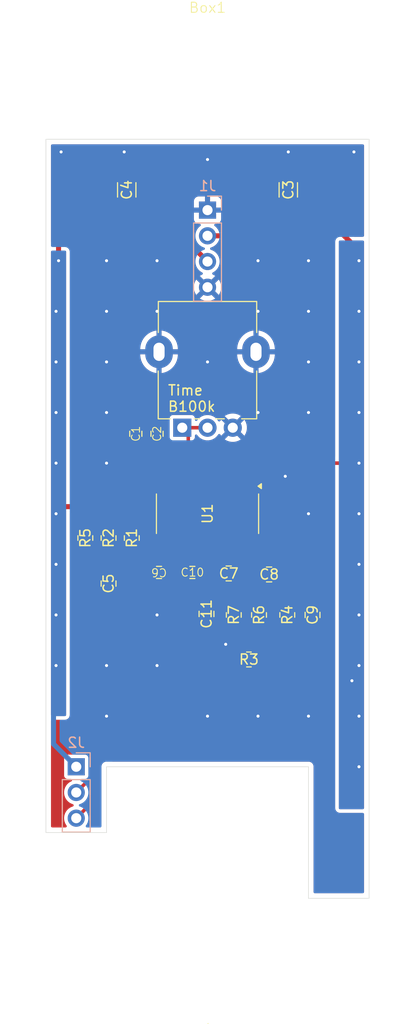
<source format=kicad_pcb>
(kicad_pcb (version 20241229) (generator "pcbnew") (generator_version "9.0")
  (layers (0 "F.Cu" jumper) (2 "B.Cu" signal) (13 "F.Paste" user) (15 "B.Paste" user) (5 "F.SilkS" user "F.Silkscreen") (7 "B.SilkS" user "B.Silkscreen") (1 "F.Mask" user) (3 "B.Mask" user) (25 "Edge.Cuts" user))
  (net 0 "")
  (net 1 "CC0")
  (net 2 "AGND")
  (net 3 "IN")
  (net 4 "CC1")
  (net 5 "OUT")
  (net 6 "+5V")
  (net 7 "Net-(C5-Pad2)")
  (net 8 "OP1-IN")
  (net 9 "OP1-OUT")
  (net 10 "LPF2-IN")
  (net 11 "LPF2-OUT")
  (net 12 "LPF1-OUT")
  (net 13 "LPF1-IN")
  (net 14 "Net-(C9-Pad1)")
  (net 15 "OP2-OUT")
  (net 16 "OP2-IN")
  (net 17 "VREF")
  (net 18 "VCO")
  (footprint "Mylib:C_0704_1810Metric" (layer "F.Cu") (at 95.2 105.8 180)
    (property "Reference" "C6" (at 0 0 180) (layer "F.SilkS") (effects (font (size 0.8 0.8) (thickness 0.1))))
    (property "Value" "0.1uF")
    (fp_line (start -0.25 0.6) (end 0.25 0.6) (stroke (width 0.12)) (layer "F.SilkS"))
    (fp_line (start -0.25 -0.6) (end 0.25 -0.6) (stroke (width 0.12)) (layer "F.SilkS"))
    (pad "1" smd roundrect (at -0.875 0 180) (size 0.9 1.25) (layers "F.Cu" "F.Mask" "F.Paste") (roundrect_rratio 0.2) (net 8 "OP1-IN"))
    (pad "2" smd roundrect (at 0.875 0 180) (size 0.9 1.25) (layers "F.Cu" "F.Mask" "F.Paste") (roundrect_rratio 0.2) (net 9 "OP1-OUT"))
  )
  (footprint "Mylib:1590A" (layer "F.Cu") (at 100 100)
    (property "Reference" "Box1" (at 0 -50 0) (layer "F.SilkS") (effects (font (thickness 0.1))))
    (property "Value" "1590A")
    (fp_line (start 0.05 50.375) (end 0.05 50.375) (stroke (width 0.1)) (layer "F.SilkS"))
  )
  (footprint "Mylib:C_0704_1810Metric" (layer "F.Cu") (at 95 92.1 90)
    (property "Reference" "C2" (at 0 0 90) (layer "F.SilkS") (effects (font (size 0.8 0.8) (thickness 0.1))))
    (property "Value" "0.1uF")
    (fp_line (start -0.25 -0.6) (end 0.25 -0.6) (stroke (width 0.12)) (layer "F.SilkS"))
    (fp_line (start -0.25 0.6) (end 0.25 0.6) (stroke (width 0.12)) (layer "F.SilkS"))
    (pad "1" smd roundrect (at -0.875 0 90) (size 0.9 1.25) (layers "F.Cu" "F.Mask" "F.Paste") (roundrect_rratio 0.2) (net 4 "CC1"))
    (pad "2" smd roundrect (at 0.875 0 90) (size 0.9 1.25) (layers "F.Cu" "F.Mask" "F.Paste") (roundrect_rratio 0.2) (net 2 "AGND"))
  )
  (footprint "Resistor_SMD:R_0805_2012Metric_Pad1.20x1.40mm_HandSolder" (layer "F.Cu") (at 90.2 102.4 -90)
    (property "Reference" "R2" (at 0 0 90) (layer "F.SilkS"))
    (property "Value" "10k")
    (fp_line (start -0.227064 0.735) (end 0.227064 0.735) (stroke (width 0.12)) (layer "F.SilkS"))
    (fp_line (start -0.227064 -0.735) (end 0.227064 -0.735) (stroke (width 0.12)) (layer "F.SilkS"))
    (pad "1" smd roundrect (at -1 0 270) (size 1.2 1.4) (layers "F.Cu" "F.Mask" "F.Paste") (roundrect_rratio 0.208333) (net 10 "LPF2-IN"))
    (pad "2" smd roundrect (at 1 0 270) (size 1.2 1.4) (layers "F.Cu" "F.Mask" "F.Paste") (roundrect_rratio 0.208333) (net 7 "Net-(C5-Pad2)"))
  )
  (footprint "Mylib:C_0704_1810Metric" (layer "F.Cu") (at 98.5 105.8)
    (property "Reference" "C10" (at 0 0 0) (layer "F.SilkS") (effects (font (size 0.8 0.8) (thickness 0.1))))
    (property "Value" "0.1uF")
    (fp_line (start -0.25 -0.6) (end 0.25 -0.6) (stroke (width 0.12)) (layer "F.SilkS"))
    (fp_line (start -0.25 0.6) (end 0.25 0.6) (stroke (width 0.12)) (layer "F.SilkS"))
    (pad "1" smd roundrect (at -0.875 0) (size 0.9 1.25) (layers "F.Cu" "F.Mask" "F.Paste") (roundrect_rratio 0.2) (net 16 "OP2-IN"))
    (pad "2" smd roundrect (at 0.875 0) (size 0.9 1.25) (layers "F.Cu" "F.Mask" "F.Paste") (roundrect_rratio 0.2) (net 15 "OP2-OUT"))
  )
  (footprint "Capacitor_SMD:C_0805_2012Metric_Pad1.18x1.45mm_HandSolder" (layer "F.Cu") (at 106.1 106)
    (property "Reference" "C8" (at 0 0 0) (layer "F.SilkS"))
    (property "Value" "560pF")
    (fp_line (start -0.261252 -0.735) (end 0.261252 -0.735) (stroke (width 0.12)) (layer "F.SilkS"))
    (fp_line (start -0.261252 0.735) (end 0.261252 0.735) (stroke (width 0.12)) (layer "F.SilkS"))
    (pad "1" smd roundrect (at -1.0375 0) (size 1.175 1.45) (layers "F.Cu" "F.Mask" "F.Paste") (roundrect_rratio 0.212766) (net 12 "LPF1-OUT"))
    (pad "2" smd roundrect (at 1.0375 0) (size 1.175 1.45) (layers "F.Cu" "F.Mask" "F.Paste") (roundrect_rratio 0.212766) (net 13 "LPF1-IN"))
  )
  (footprint "Resistor_SMD:R_0805_2012Metric_Pad1.20x1.40mm_HandSolder" (layer "F.Cu") (at 104.1 114.4 180)
    (property "Reference" "R3" (at 0 0 0) (layer "F.SilkS"))
    (property "Value" "15k")
    (fp_line (start -0.227064 0.735) (end 0.227064 0.735) (stroke (width 0.12)) (layer "F.SilkS"))
    (fp_line (start -0.227064 -0.735) (end 0.227064 -0.735) (stroke (width 0.12)) (layer "F.SilkS"))
    (pad "1" smd roundrect (at -1 0 180) (size 1.2 1.4) (layers "F.Cu" "F.Mask" "F.Paste") (roundrect_rratio 0.208333) (net 14 "Net-(C9-Pad1)"))
    (pad "2" smd roundrect (at 1 0 180) (size 1.2 1.4) (layers "F.Cu" "F.Mask" "F.Paste") (roundrect_rratio 0.208333) (net 3 "IN"))
  )
  (footprint "Mylib:C_0704_1810Metric" (layer "F.Cu") (at 92.9 92.1 90)
    (property "Reference" "C1" (at 0 0 90) (layer "F.SilkS") (effects (font (size 0.8 0.8) (thickness 0.1))))
    (property "Value" "0.1uF")
    (fp_line (start -0.25 -0.6) (end 0.25 -0.6) (stroke (width 0.12)) (layer "F.SilkS"))
    (fp_line (start -0.25 0.6) (end 0.25 0.6) (stroke (width 0.12)) (layer "F.SilkS"))
    (pad "1" smd roundrect (at -0.875 0 90) (size 0.9 1.25) (layers "F.Cu" "F.Mask" "F.Paste") (roundrect_rratio 0.2) (net 1 "CC0"))
    (pad "2" smd roundrect (at 0.875 0 90) (size 0.9 1.25) (layers "F.Cu" "F.Mask" "F.Paste") (roundrect_rratio 0.2) (net 2 "AGND"))
  )
  (footprint "Resistor_SMD:R_0805_2012Metric_Pad1.20x1.40mm_HandSolder" (layer "F.Cu") (at 107.9 110 -90)
    (property "Reference" "R4" (at 0 0 90) (layer "F.SilkS"))
    (property "Value" "10k")
    (fp_line (start -0.227064 0.735) (end 0.227064 0.735) (stroke (width 0.12)) (layer "F.SilkS"))
    (fp_line (start -0.227064 -0.735) (end 0.227064 -0.735) (stroke (width 0.12)) (layer "F.SilkS"))
    (pad "1" smd roundrect (at -1 0 270) (size 1.2 1.4) (layers "F.Cu" "F.Mask" "F.Paste") (roundrect_rratio 0.208333) (net 13 "LPF1-IN"))
    (pad "2" smd roundrect (at 1 0 270) (size 1.2 1.4) (layers "F.Cu" "F.Mask" "F.Paste") (roundrect_rratio 0.208333) (net 14 "Net-(C9-Pad1)"))
  )
  (footprint "Capacitor_SMD:C_0805_2012Metric_Pad1.18x1.45mm_HandSolder" (layer "F.Cu") (at 99.9 109.9 -90)
    (property "Reference" "C11" (at 0 0 90) (layer "F.SilkS"))
    (property "Value" "10nF")
    (fp_line (start -0.261252 0.735) (end 0.261252 0.735) (stroke (width 0.12)) (layer "F.SilkS"))
    (fp_line (start -0.261252 -0.735) (end 0.261252 -0.735) (stroke (width 0.12)) (layer "F.SilkS"))
    (pad "1" smd roundrect (at -1.0375 0 270) (size 1.175 1.45) (layers "F.Cu" "F.Mask" "F.Paste") (roundrect_rratio 0.212766) (net 2 "AGND"))
    (pad "2" smd roundrect (at 1.0375 0 270) (size 1.175 1.45) (layers "F.Cu" "F.Mask" "F.Paste") (roundrect_rratio 0.212766) (net 5 "OUT"))
  )
  (footprint "Capacitor_SMD:C_0805_2012Metric_Pad1.18x1.45mm_HandSolder" (layer "F.Cu") (at 110.4 110 90)
    (property "Reference" "C9" (at 0 0 90) (layer "F.SilkS"))
    (property "Value" "5.6nF")
    (fp_line (start -0.261252 -0.735) (end 0.261252 -0.735) (stroke (width 0.12)) (layer "F.SilkS"))
    (fp_line (start -0.261252 0.735) (end 0.261252 0.735) (stroke (width 0.12)) (layer "F.SilkS"))
    (pad "1" smd roundrect (at -1.0375 0 90) (size 1.175 1.45) (layers "F.Cu" "F.Mask" "F.Paste") (roundrect_rratio 0.212766) (net 14 "Net-(C9-Pad1)"))
    (pad "2" smd roundrect (at 1.0375 0 90) (size 1.175 1.45) (layers "F.Cu" "F.Mask" "F.Paste") (roundrect_rratio 0.212766) (net 2 "AGND"))
  )
  (footprint "Capacitor_SMD:C_0805_2012Metric_Pad1.18x1.45mm_HandSolder" (layer "F.Cu") (at 102.1 105.9 180)
    (property "Reference" "C7" (at 0 0 0) (layer "F.SilkS"))
    (property "Value" "560pF")
    (fp_line (start -0.261252 0.735) (end 0.261252 0.735) (stroke (width 0.12)) (layer "F.SilkS"))
    (fp_line (start -0.261252 -0.735) (end 0.261252 -0.735) (stroke (width 0.12)) (layer "F.SilkS"))
    (pad "1" smd roundrect (at -1.0375 0 180) (size 1.175 1.45) (layers "F.Cu" "F.Mask" "F.Paste") (roundrect_rratio 0.212766) (net 11 "LPF2-OUT"))
    (pad "2" smd roundrect (at 1.0375 0 180) (size 1.175 1.45) (layers "F.Cu" "F.Mask" "F.Paste") (roundrect_rratio 0.212766) (net 10 "LPF2-IN"))
  )
  (footprint "Resistor_SMD:R_0805_2012Metric_Pad1.20x1.40mm_HandSolder" (layer "F.Cu") (at 105.1 110 -90)
    (property "Reference" "R6" (at 0 0 90) (layer "F.SilkS"))
    (property "Value" "15k")
    (fp_line (start -0.227064 0.735) (end 0.227064 0.735) (stroke (width 0.12)) (layer "F.SilkS"))
    (fp_line (start -0.227064 -0.735) (end 0.227064 -0.735) (stroke (width 0.12)) (layer "F.SilkS"))
    (pad "1" smd roundrect (at -1 0 270) (size 1.2 1.4) (layers "F.Cu" "F.Mask" "F.Paste") (roundrect_rratio 0.208333) (net 12 "LPF1-OUT"))
    (pad "2" smd roundrect (at 1 0 270) (size 1.2 1.4) (layers "F.Cu" "F.Mask" "F.Paste") (roundrect_rratio 0.208333) (net 14 "Net-(C9-Pad1)"))
  )
  (footprint "Package_SO:SOP-16_3.9x9.9mm_P1.27mm" (layer "F.Cu") (at 100 100 -90)
    (property "Reference" "U1" (at 0 0 90) (layer "F.SilkS"))
    (property "Value" "PT2399")
    (fp_line (start 0 5.06) (end -1.95 5.06) (stroke (width 0.12)) (layer "F.SilkS"))
    (fp_line (start 0 5.06) (end 1.95 5.06) (stroke (width 0.12)) (layer "F.SilkS"))
    (fp_line (start 0 -5.06) (end -1.95 -5.06) (stroke (width 0.12)) (layer "F.SilkS"))
    (fp_line (start 0 -5.06) (end 1.95 -5.06) (stroke (width 0.12)) (layer "F.SilkS"))
    (fp_poly (pts (xy -2.725 -5.005) (xy -2.965 -5.335) (xy -2.485 -5.335)) (stroke (width 0.12)) (fill yes) (layer "F.SilkS"))
    (pad "1" smd roundrect (at -2.5 -4.445 270) (size 2 0.6) (layers "F.Cu" "F.Mask" "F.Paste") (net 6 "+5V"))
    (pad "2" smd roundrect (at -2.5 -3.175 270) (size 2 0.6) (layers "F.Cu" "F.Mask" "F.Paste") (net 17 "VREF"))
    (pad "3" smd roundrect (at -2.5 -1.905 270) (size 2 0.6) (layers "F.Cu" "F.Mask" "F.Paste") (net 2 "AGND"))
    (pad "4" smd roundrect (at -2.5 -0.635 270) (size 2 0.6) (layers "F.Cu" "F.Mask" "F.Paste") (net 2 "AGND"))
    (pad "5" smd roundrect (at -2.5 0.635 270) (size 2 0.6) (layers "F.Cu" "F.Mask" "F.Paste"))
    (pad "6" smd roundrect (at -2.5 1.905 270) (size 2 0.6) (layers "F.Cu" "F.Mask" "F.Paste") (net 18 "VCO"))
    (pad "7" smd roundrect (at -2.5 3.175 270) (size 2 0.6) (layers "F.Cu" "F.Mask" "F.Paste") (net 4 "CC1"))
    (pad "8" smd roundrect (at -2.5 4.445 270) (size 2 0.6) (layers "F.Cu" "F.Mask" "F.Paste") (net 1 "CC0"))
    (pad "9" smd roundrect (at 2.5 4.445 270) (size 2 0.6) (layers "F.Cu" "F.Mask" "F.Paste") (net 9 "OP1-OUT"))
    (pad "10" smd roundrect (at 2.5 3.175 270) (size 2 0.6) (layers "F.Cu" "F.Mask" "F.Paste") (net 8 "OP1-IN"))
    (pad "11" smd roundrect (at 2.5 1.905 270) (size 2 0.6) (layers "F.Cu" "F.Mask" "F.Paste") (net 16 "OP2-IN"))
    (pad "12" smd roundrect (at 2.5 0.635 270) (size 2 0.6) (layers "F.Cu" "F.Mask" "F.Paste") (net 15 "OP2-OUT"))
    (pad "13" smd roundrect (at 2.5 -0.635 270) (size 2 0.6) (layers "F.Cu" "F.Mask" "F.Paste") (net 10 "LPF2-IN"))
    (pad "14" smd roundrect (at 2.5 -1.905 270) (size 2 0.6) (layers "F.Cu" "F.Mask" "F.Paste") (net 11 "LPF2-OUT"))
    (pad "15" smd roundrect (at 2.5 -3.175 270) (size 2 0.6) (layers "F.Cu" "F.Mask" "F.Paste") (net 12 "LPF1-OUT"))
    (pad "16" smd roundrect (at 2.5 -4.445 270) (size 2 0.6) (layers "F.Cu" "F.Mask" "F.Paste") (net 13 "LPF1-IN"))
  )
  (footprint "Resistor_SMD:R_0805_2012Metric_Pad1.20x1.40mm_HandSolder" (layer "F.Cu") (at 92.5 102.4 90)
    (property "Reference" "R1" (at 0 0 90) (layer "F.SilkS"))
    (property "Value" "15k")
    (fp_line (start -0.227064 -0.735) (end 0.227064 -0.735) (stroke (width 0.12)) (layer "F.SilkS"))
    (fp_line (start -0.227064 0.735) (end 0.227064 0.735) (stroke (width 0.12)) (layer "F.SilkS"))
    (pad "1" smd roundrect (at -1 0 90) (size 1.2 1.4) (layers "F.Cu" "F.Mask" "F.Paste") (roundrect_rratio 0.208333) (net 7 "Net-(C5-Pad2)"))
    (pad "2" smd roundrect (at 1 0 90) (size 1.2 1.4) (layers "F.Cu" "F.Mask" "F.Paste") (roundrect_rratio 0.208333) (net 15 "OP2-OUT"))
  )
  (footprint "Capacitor_SMD:C_1206_3216Metric_Pad1.33x1.80mm_HandSolder" (layer "F.Cu") (at 108 68 90)
    (property "Reference" "C3" (at 0 0 90) (layer "F.SilkS"))
    (property "Value" "47uF")
    (fp_line (start -0.711252 -0.91) (end 0.711252 -0.91) (stroke (width 0.12)) (layer "F.SilkS"))
    (fp_line (start -0.711252 0.91) (end 0.711252 0.91) (stroke (width 0.12)) (layer "F.SilkS"))
    (pad "1" smd roundrect (at -1.5625 0 90) (size 1.325 1.8) (layers "F.Cu" "F.Mask" "F.Paste") (roundrect_rratio 0.188679) (net 6 "+5V"))
    (pad "2" smd roundrect (at 1.5625 0 90) (size 1.325 1.8) (layers "F.Cu" "F.Mask" "F.Paste") (roundrect_rratio 0.188679) (net 2 "AGND"))
  )
  (footprint "Capacitor_SMD:C_1206_3216Metric_Pad1.33x1.80mm_HandSolder" (layer "F.Cu") (at 92 68 90)
    (property "Reference" "C4" (at 0 0 90) (layer "F.SilkS"))
    (property "Value" "47uF")
    (fp_line (start -0.711252 -0.91) (end 0.711252 -0.91) (stroke (width 0.12)) (layer "F.SilkS"))
    (fp_line (start -0.711252 0.91) (end 0.711252 0.91) (stroke (width 0.12)) (layer "F.SilkS"))
    (pad "1" smd roundrect (at -1.5625 0 90) (size 1.325 1.8) (layers "F.Cu" "F.Mask" "F.Paste") (roundrect_rratio 0.188679) (net 17 "VREF"))
    (pad "2" smd roundrect (at 1.5625 0 90) (size 1.325 1.8) (layers "F.Cu" "F.Mask" "F.Paste") (roundrect_rratio 0.188679) (net 2 "AGND"))
  )
  (footprint "Capacitor_SMD:C_0805_2012Metric_Pad1.18x1.45mm_HandSolder" (layer "F.Cu") (at 90.2 106.9 90)
    (property "Reference" "C5" (at 0 0 90) (layer "F.SilkS"))
    (property "Value" "5.6nF")
    (fp_line (start -0.261252 -0.735) (end 0.261252 -0.735) (stroke (width 0.12)) (layer "F.SilkS"))
    (fp_line (start -0.261252 0.735) (end 0.261252 0.735) (stroke (width 0.12)) (layer "F.SilkS"))
    (pad "1" smd roundrect (at -1.0375 0 90) (size 1.175 1.45) (layers "F.Cu" "F.Mask" "F.Paste") (roundrect_rratio 0.212766) (net 2 "AGND"))
    (pad "2" smd roundrect (at 1.0375 0 90) (size 1.175 1.45) (layers "F.Cu" "F.Mask" "F.Paste") (roundrect_rratio 0.212766) (net 7 "Net-(C5-Pad2)"))
  )
  (footprint "Mylib:Potentiometer_9mm_MP" (layer "F.Cu") (at 100 84)
    (property "Reference" "RV1" (hide yes))
    (property "Value" "B27k")
    (fp_line (start -4.88 6.62) (end -4.88 1.9) (stroke (width 0.12)) (layer "F.SilkS"))
    (fp_line (start -4.87 -1.91) (end -4.87 -4.97) (stroke (width 0.12)) (layer "F.SilkS"))
    (fp_line (start -3.69 6.62) (end -4.87 6.62) (stroke (width 0.12)) (layer "F.SilkS"))
    (fp_line (start -0.79 6.62) (end -1.32 6.62) (stroke (width 0.12)) (layer "F.SilkS"))
    (fp_line (start 1.66 6.62) (end 0.83 6.62) (stroke (width 0.12)) (layer "F.SilkS"))
    (fp_line (start 4.87 -4.97) (end -4.87 -4.97) (stroke (width 0.12)) (layer "F.SilkS"))
    (fp_line (start 4.87 -1.91) (end 4.87 -4.97) (stroke (width 0.12)) (layer "F.SilkS"))
    (fp_line (start 4.87 6.62) (end 3.38 6.62) (stroke (width 0.12)) (layer "F.SilkS"))
    (fp_line (start 4.87 6.62) (end 4.87 1.9) (stroke (width 0.12)) (layer "F.SilkS"))
    (pad "1" thru_hole rect (at -2.5 7.5) (size 1.8 1.8) (drill 1) (layers "*.Cu" "*.Mask") (net 18 "VCO"))
    (pad "2" thru_hole circle (at 0 7.5) (size 1.8 1.8) (drill 1) (layers "*.Cu" "*.Mask") (net 18 "VCO"))
    (pad "3" thru_hole circle (at 2.5 7.5) (size 1.8 1.8) (drill 1) (layers "*.Cu" "*.Mask") (net 2 "AGND"))
    (pad "MP" thru_hole oval (at -4.8 0) (size 2.72 3.24) (drill oval 1.1 1.8) (layers "*.Cu" "*.Mask") (net 2 "AGND"))
    (pad "MP" thru_hole oval (at 4.8 0) (size 2.72 3.24) (drill oval 1.1 1.8) (layers "*.Cu" "*.Mask") (net 2 "AGND"))
  )
  (footprint "Resistor_SMD:R_0805_2012Metric_Pad1.20x1.40mm_HandSolder" (layer "F.Cu") (at 102.6 110 -90)
    (property "Reference" "R7" (at 0 0 90) (layer "F.SilkS"))
    (property "Value" "2k7")
    (fp_line (start -0.227064 0.735) (end 0.227064 0.735) (stroke (width 0.12)) (layer "F.SilkS"))
    (fp_line (start -0.227064 -0.735) (end 0.227064 -0.735) (stroke (width 0.12)) (layer "F.SilkS"))
    (pad "1" smd roundrect (at -1 0 270) (size 1.2 1.4) (layers "F.Cu" "F.Mask" "F.Paste") (roundrect_rratio 0.208333) (net 11 "LPF2-OUT"))
    (pad "2" smd roundrect (at 1 0 270) (size 1.2 1.4) (layers "F.Cu" "F.Mask" "F.Paste") (roundrect_rratio 0.208333) (net 5 "OUT"))
  )
  (footprint "Resistor_SMD:R_0805_2012Metric_Pad1.20x1.40mm_HandSolder" (layer "F.Cu") (at 87.9 102.4 -90)
    (property "Reference" "R5" (at 0 0 90) (layer "F.SilkS"))
    (property "Value" "15k")
    (fp_line (start -0.227064 0.735) (end 0.227064 0.735) (stroke (width 0.12)) (layer "F.SilkS"))
    (fp_line (start -0.227064 -0.735) (end 0.227064 -0.735) (stroke (width 0.12)) (layer "F.SilkS"))
    (pad "1" smd roundrect (at -1 0 270) (size 1.2 1.4) (layers "F.Cu" "F.Mask" "F.Paste") (roundrect_rratio 0.208333) (net 11 "LPF2-OUT"))
    (pad "2" smd roundrect (at 1 0 270) (size 1.2 1.4) (layers "F.Cu" "F.Mask" "F.Paste") (roundrect_rratio 0.208333) (net 7 "Net-(C5-Pad2)"))
  )
  (footprint "Connector_PinHeader_2.54mm:PinHeader_1x03_P2.54mm_Vertical" (layer "B.Cu") (at 87 125 180)
    (property "Reference" "J2" (at 0 2.38 0) (layer "B.SilkS") (effects (justify mirror)))
    (property "Value" "Conn_01x03_Pin")
    (fp_line (start 1.38 -1.27) (end 1.38 -6.46) (stroke (width 0.12)) (layer "B.SilkS"))
    (fp_line (start -1.38 1.38) (end 0 1.38) (stroke (width 0.12)) (layer "B.SilkS"))
    (fp_line (start -1.38 0) (end -1.38 1.38) (stroke (width 0.12)) (layer "B.SilkS"))
    (fp_line (start -1.38 -1.27) (end 1.38 -1.27) (stroke (width 0.12)) (layer "B.SilkS"))
    (fp_line (start -1.38 -1.27) (end -1.38 -6.46) (stroke (width 0.12)) (layer "B.SilkS"))
    (fp_line (start -1.38 -6.46) (end 1.38 -6.46) (stroke (width 0.12)) (layer "B.SilkS"))
    (pad "1" thru_hole rect (at 0 0 180) (size 1.7 1.7) (drill 1) (layers "*.Cu" "*.Mask") (net 17 "VREF"))
    (pad "2" thru_hole circle (at 0 -2.54 180) (size 1.7 1.7) (drill 1) (layers "*.Cu" "*.Mask") (net 5 "OUT"))
    (pad "3" thru_hole circle (at 0 -5.08 180) (size 1.7 1.7) (drill 1) (layers "*.Cu" "*.Mask") (net 3 "IN"))
  )
  (footprint "Connector_PinHeader_2.54mm:PinHeader_1x04_P2.54mm_Vertical" (layer "B.Cu") (at 100 70 180)
    (property "Reference" "J1" (at 0 2.38 0) (layer "B.SilkS") (effects (justify mirror)))
    (property "Value" "Conn_01x04_Pin")
    (fp_line (start 1.38 -1.27) (end 1.38 -9) (stroke (width 0.12)) (layer "B.SilkS"))
    (fp_line (start -1.38 1.38) (end 0 1.38) (stroke (width 0.12)) (layer "B.SilkS"))
    (fp_line (start -1.38 0) (end -1.38 1.38) (stroke (width 0.12)) (layer "B.SilkS"))
    (fp_line (start -1.38 -1.27) (end 1.38 -1.27) (stroke (width 0.12)) (layer "B.SilkS"))
    (fp_line (start -1.38 -1.27) (end -1.38 -9) (stroke (width 0.12)) (layer "B.SilkS"))
    (fp_line (start -1.38 -9) (end 1.38 -9) (stroke (width 0.12)) (layer "B.SilkS"))
    (pad "1" thru_hole rect (at 0 0 180) (size 1.7 1.7) (drill 1) (layers "*.Cu" "*.Mask") (net 2 "AGND"))
    (pad "2" thru_hole circle (at 0 -2.54 180) (size 1.7 1.7) (drill 1) (layers "*.Cu" "*.Mask") (net 6 "+5V"))
    (pad "3" thru_hole circle (at 0 -5.08 180) (size 1.7 1.7) (drill 1) (layers "*.Cu" "*.Mask") (net 17 "VREF"))
    (pad "4" thru_hole circle (at 0 -7.62 180) (size 1.7 1.7) (drill 1) (layers "*.Cu" "*.Mask") (net 2 "AGND"))
  )
  (gr_line (start 116 138) (end 116 63) (stroke (width 0.05)) (layer "Edge.Cuts"))
  (gr_line (start 84 131.5) (end 90 131.5) (stroke (width 0.05)) (layer "Edge.Cuts"))
  (gr_line (start 116 63) (end 84 63) (stroke (width 0.05)) (layer "Edge.Cuts"))
  (gr_line (start 90 125) (end 110 125) (stroke (width 0.05)) (layer "Edge.Cuts"))
  (gr_line (start 110 138) (end 116 138) (stroke (width 0.05)) (layer "Edge.Cuts"))
  (gr_line (start 90 131.5) (end 90 125) (stroke (width 0.05)) (layer "Edge.Cuts"))
  (gr_line (start 84 63) (end 84 131.5) (stroke (width 0.05)) (layer "Edge.Cuts"))
  (gr_line (start 110 125) (end 110 138) (stroke (width 0.05)) (layer "Edge.Cuts"))
  (gr_text "Time\nB100k" (at 96 90 0) (layer "F.SilkS") (effects (font (size 1 1)) (justify left bottom)))
  (segment (start 95.555 97.5) (end 95.555 95.63) (width 0.35) (layer "F.Cu") (net 1))
  (segment (start 95.555 95.63) (end 92.9 92.975) (width 0.35) (layer "F.Cu") (net 1))
  (segment (start 100.4625 108.8625) (end 99.9 108.8625) (width 0.35) (layer "F.Cu") (net 2))
  (via (at 90 115) (size 0.6) (drill 0.3) (layers "F.Cu" "B.Cu") (net 2))
  (via (at 107.7 96.3) (size 0.6) (drill 0.3) (layers "F.Cu" "B.Cu") (net 2))
  (via (at 95 110) (size 0.6) (drill 0.3) (layers "F.Cu" "B.Cu") (net 2))
  (via (at 90 120) (size 0.6) (drill 0.3) (layers "F.Cu" "B.Cu") (net 2))
  (via (at 114.5 64.25) (size 0.6) (drill 0.3) (layers "F.Cu" "B.Cu") (net 2))
  (via (at 90 75) (size 0.6) (drill 0.3) (layers "F.Cu" "B.Cu") (net 2))
  (via (at 90 90) (size 0.6) (drill 0.3) (layers "F.Cu" "B.Cu") (net 2))
  (via (at 110 120) (size 0.6) (drill 0.3) (layers "F.Cu" "B.Cu") (net 2))
  (via (at 110 100) (size 0.6) (drill 0.3) (layers "F.Cu" "B.Cu") (net 2))
  (via (at 95 75) (size 0.6) (drill 0.3) (layers "F.Cu" "B.Cu") (net 2))
  (via (at 100 65) (size 0.6) (drill 0.3) (layers "F.Cu" "B.Cu") (net 2))
  (via (at 90 95) (size 0.6) (drill 0.3) (layers "F.Cu" "B.Cu") (net 2))
  (via (at 91.75 64.25) (size 0.6) (drill 0.3) (layers "F.Cu" "B.Cu") (net 2))
  (via (at 105 90) (size 0.6) (drill 0.3) (layers "F.Cu" "B.Cu") (net 2))
  (via (at 110 80) (size 0.6) (drill 0.3) (layers "F.Cu" "B.Cu") (net 2))
  (via (at 101.8 112.9) (size 0.6) (drill 0.3) (layers "F.Cu" "B.Cu") (net 2))
  (via (at 100 85) (size 0.6) (drill 0.3) (layers "F.Cu" "B.Cu") (net 2))
  (via (at 110 90) (size 0.6) (drill 0.3) (layers "F.Cu" "B.Cu") (net 2))
  (via (at 110 75) (size 0.6) (drill 0.3) (layers "F.Cu" "B.Cu") (net 2))
  (via (at 105 75) (size 0.6) (drill 0.3) (layers "F.Cu" "B.Cu") (net 2))
  (via (at 85.5 64.25) (size 0.6) (drill 0.3) (layers "F.Cu" "B.Cu") (net 2))
  (via (at 95 115) (size 0.6) (drill 0.3) (layers "F.Cu" "B.Cu") (net 2))
  (via (at 100 120) (size 0.6) (drill 0.3) (layers "F.Cu" "B.Cu") (net 2))
  (via (at 95 80) (size 0.6) (drill 0.3) (layers "F.Cu" "B.Cu") (net 2))
  (via (at 90 80) (size 0.6) (drill 0.3) (layers "F.Cu" "B.Cu") (net 2))
  (via (at 105 120) (size 0.6) (drill 0.3) (layers "F.Cu" "B.Cu") (net 2))
  (via (at 90 85) (size 0.6) (drill 0.3) (layers "F.Cu" "B.Cu") (net 2))
  (via (at 105 80) (size 0.6) (drill 0.3) (layers "F.Cu" "B.Cu") (net 2))
  (via (at 110 85) (size 0.6) (drill 0.3) (layers "F.Cu" "B.Cu") (net 2))
  (via (at 108 64.25) (size 0.6) (drill 0.3) (layers "F.Cu" "B.Cu") (net 2))
  (segment (start 89.3 127.78) (end 87 130.08) (width 0.35) (layer "F.Cu") (net 3))
  (segment (start 89.3 124.743992) (end 89.3 127.78) (width 0.35) (layer "F.Cu") (net 3))
  (segment (start 103.1 114.4) (end 99.643992 114.4) (width 0.35) (layer "F.Cu") (net 3))
  (segment (start 99.643992 114.4) (end 89.3 124.743992) (width 0.35) (layer "F.Cu") (net 3))
  (segment (start 96.825 97.5) (end 96.825 94.8) (width 0.35) (layer "F.Cu") (net 4))
  (segment (start 96.825 94.8) (end 95 92.975) (width 0.35) (layer "F.Cu") (net 4))
  (segment (start 88.8 124.5) (end 88.8 125.74) (width 0.35) (layer "F.Cu") (net 5))
  (segment (start 99.9 110.9375) (end 99.9 113.4) (width 0.35) (layer "F.Cu") (net 5))
  (segment (start 99.9 113.4) (end 88.8 124.5) (width 0.35) (layer "F.Cu") (net 5))
  (segment (start 102.6 111) (end 99.9625 111) (width 0.35) (layer "F.Cu") (net 5))
  (segment (start 99.9625 111) (end 99.9 110.9375) (width 0.35) (layer "F.Cu") (net 5))
  (segment (start 88.8 125.74) (end 87 127.54) (width 0.35) (layer "F.Cu") (net 5))
  (segment (start 105.022499 72.54) (end 107.999997 69.562502) (width 0.5) (layer "F.Cu") (net 6))
  (segment (start 107.999997 69.562502) (end 110.562502 69.562502) (width 0.5) (layer "F.Cu") (net 6))
  (segment (start 100 72.54) (end 105.022499 72.54) (width 0.5) (layer "F.Cu") (net 6))
  (segment (start 115 74) (end 115 75) (width 0.5) (layer "F.Cu") (net 6))
  (segment (start 106.945 95) (end 104.445 97.5) (width 0.35) (layer "F.Cu") (net 6))
  (segment (start 115 95) (end 106.945 95) (width 0.35) (layer "F.Cu") (net 6))
  (segment (start 110.562502 69.562502) (end 115 74) (width 0.5) (layer "F.Cu") (net 6))
  (via (at 115 80) (size 0.6) (drill 0.3) (layers "F.Cu" "B.Cu") (net 6))
  (via (at 115 85) (size 0.6) (drill 0.3) (layers "F.Cu" "B.Cu") (net 6))
  (via (at 115 100) (size 0.6) (drill 0.3) (layers "F.Cu" "B.Cu") (net 6))
  (via (at 115 110) (size 0.6) (drill 0.3) (layers "F.Cu" "B.Cu") (net 6))
  (via (at 115 115) (size 0.6) (drill 0.3) (layers "F.Cu" "B.Cu") (net 6))
  (via (at 114.3 116.5) (size 0.6) (drill 0.3) (layers "F.Cu" "B.Cu") (net 6))
  (via (at 115 90) (size 0.6) (drill 0.3) (layers "F.Cu" "B.Cu") (net 6))
  (via (at 115 105) (size 0.6) (drill 0.3) (layers "F.Cu" "B.Cu") (net 6))
  (via (at 115 95) (size 0.6) (drill 0.3) (layers "F.Cu" "B.Cu") (net 6))
  (via (at 115 75) (size 0.6) (drill 0.3) (layers "F.Cu" "B.Cu") (net 6))
  (via (at 115 125) (size 0.6) (drill 0.3) (layers "F.Cu" "B.Cu") (net 6))
  (via (at 115 120) (size 0.6) (drill 0.3) (layers "F.Cu" "B.Cu") (net 6))
  (segment (start 90.2 105.8625) (end 90.2 103.4) (width 0.35) (layer "F.Cu") (net 7))
  (segment (start 87.9 103.4) (end 92.5 103.4) (width 0.35) (layer "F.Cu") (net 7))
  (segment (start 96.825 102.5) (end 96.825 105.05) (width 0.35) (layer "F.Cu") (net 8))
  (segment (start 96.825 105.05) (end 96.075 105.8) (width 0.35) (layer "F.Cu") (net 8))
  (segment (start 95.555 104.57) (end 94.325 105.8) (width 0.35) (layer "F.Cu") (net 9))
  (segment (start 95.555 102.5) (end 95.555 104.57) (width 0.35) (layer "F.Cu") (net 9))
  (segment (start 99.608999 100.474) (end 91.126 100.474) (width 0.35) (layer "F.Cu") (net 10))
  (segment (start 100.635 102.5) (end 100.635 101.500001) (width 0.35) (layer "F.Cu") (net 10))
  (segment (start 91.126 100.474) (end 90.2 101.4) (width 0.35) (layer "F.Cu") (net 10))
  (segment (start 100.635 105.4725) (end 101.0625 105.9) (width 0.35) (layer "F.Cu") (net 10))
  (segment (start 100.635 101.500001) (end 99.608999 100.474) (width 0.35) (layer "F.Cu") (net 10))
  (segment (start 100.635 102.5) (end 100.635 105.4725) (width 0.35) (layer "F.Cu") (net 10))
  (segment (start 100.304999 99.9) (end 89.1 99.9) (width 0.35) (layer "F.Cu") (net 11))
  (segment (start 101.905 101.500001) (end 100.304999 99.9) (width 0.35) (layer "F.Cu") (net 11))
  (segment (start 89.1 99.9) (end 87.9 101.1) (width 0.35) (layer "F.Cu") (net 11))
  (segment (start 87.9 101.3) (end 88 101.4) (width 0.35) (layer "F.Cu") (net 11))
  (segment (start 101.905 102.5) (end 101.905 104.6675) (width 0.35) (layer "F.Cu") (net 11))
  (segment (start 103.1375 105.9) (end 103.1375 108.4625) (width 0.35) (layer "F.Cu") (net 11))
  (segment (start 103.1375 108.4625) (end 102.6 109) (width 0.35) (layer "F.Cu") (net 11))
  (segment (start 101.905 102.5) (end 101.905 101.500001) (width 0.35) (layer "F.Cu") (net 11))
  (segment (start 88 101.4) (end 87.9 101.4) (width 0.35) (layer "F.Cu") (net 11))
  (segment (start 87.9 101.1) (end 87.9 101.3) (width 0.35) (layer "F.Cu") (net 11))
  (segment (start 101.905 104.6675) (end 103.1375 105.9) (width 0.35) (layer "F.Cu") (net 11))
  (segment (start 105.0625 106) (end 105.0625 108.9625) (width 0.35) (layer "F.Cu") (net 12))
  (segment (start 103.175 104.1125) (end 105.0625 106) (width 0.35) (layer "F.Cu") (net 12))
  (segment (start 105.0625 108.9625) (end 105.1 109) (width 0.35) (layer "F.Cu") (net 12))
  (segment (start 103.175 102.5) (end 103.175 104.1125) (width 0.35) (layer "F.Cu") (net 12))
  (segment (start 104.445 102.5) (end 104.445 103.645) (width 0.35) (layer "F.Cu") (net 13))
  (segment (start 107.1375 108.2375) (end 107.9 109) (width 0.35) (layer "F.Cu") (net 13))
  (segment (start 106.8 106) (end 107.1375 106) (width 0.35) (layer "F.Cu") (net 13))
  (segment (start 107.1375 106) (end 107.1375 108.2375) (width 0.35) (layer "F.Cu") (net 13))
  (segment (start 104.445 103.645) (end 106.8 106) (width 0.35) (layer "F.Cu") (net 13))
  (segment (start 105.1375 111.0375) (end 105.1 111) (width 0.35) (layer "F.Cu") (net 14))
  (segment (start 110.4 111.0375) (end 105.1375 111.0375) (width 0.35) (layer "F.Cu") (net 14))
  (segment (start 105.1 114.4) (end 105.1 111) (width 0.35) (layer "F.Cu") (net 14))
  (segment (start 98.839999 100.975) (end 92.925 100.975) (width 0.35) (layer "F.Cu") (net 15))
  (segment (start 92.925 100.975) (end 92.5 101.4) (width 0.35) (layer "F.Cu") (net 15))
  (segment (start 99.375 105.8) (end 99.375 102.51) (width 0.35) (layer "F.Cu") (net 15))
  (segment (start 99.365 102.5) (end 99.365 101.500001) (width 0.35) (layer "F.Cu") (net 15))
  (segment (start 99.365 101.500001) (end 98.839999 100.975) (width 0.35) (layer "F.Cu") (net 15))
  (segment (start 99.375 102.51) (end 99.365 102.5) (width 0.35) (layer "F.Cu") (net 15))
  (segment (start 98.095 105.33) (end 97.625 105.8) (width 0.35) (layer "F.Cu") (net 16))
  (segment (start 98.095 102.5) (end 98.095 105.33) (width 0.35) (layer "F.Cu") (net 16))
  (segment (start 89.187498 69.562502) (end 85.25 73.5) (width 0.5) (layer "F.Cu") (net 17))
  (segment (start 103.175 97.5) (end 103.175 98.875) (width 0.5) (layer "F.Cu") (net 17))
  (segment (start 91.999997 69.562502) (end 89.187498 69.562502) (width 0.5) (layer "F.Cu") (net 17))
  (segment (start 92.458495 70.021) (end 91.999997 69.562502) (width 0.5) (layer "F.Cu") (net 17))
  (segment (start 102.75 99.3) (end 85.7 99.3) (width 0.5) (layer "F.Cu") (net 17))
  (segment (start 94.4825 69.5625) (end 92 69.5625) (width 0.5) (layer "F.Cu") (net 17))
  (segment (start 103.175 98.875) (end 102.75 99.3) (width 0.5) (layer "F.Cu") (net 17))
  (segment (start 85.25 73.5) (end 85.25 75) (width 0.5) (layer "F.Cu") (net 17))
  (segment (start 100 75.08) (end 94.4825 69.5625) (width 0.5) (layer "F.Cu") (net 17))
  (segment (start 85.7 99.3) (end 85 100) (width 0.5) (layer "F.Cu") (net 17))
  (via (at 85 105) (size 0.6) (drill 0.3) (layers "F.Cu" "B.Cu") (net 17))
  (via (at 85.25 75) (size 0.6) (drill 0.3) (layers "F.Cu" "B.Cu") (net 17))
  (via (at 85 90) (size 0.6) (drill 0.3) (layers "F.Cu" "B.Cu") (net 17))
  (via (at 85 95) (size 0.6) (drill 0.3) (layers "F.Cu" "B.Cu") (net 17))
  (via (at 85 110) (size 0.6) (drill 0.3) (layers "F.Cu" "B.Cu") (net 17))
  (via (at 85 100) (size 0.6) (drill 0.3) (layers "F.Cu" "B.Cu") (net 17))
  (via (at 85 115) (size 0.6) (drill 0.3) (layers "F.Cu" "B.Cu") (net 17))
  (via (at 85 80) (size 0.6) (drill 0.3) (layers "F.Cu" "B.Cu") (net 17))
  (via (at 85 85) (size 0.6) (drill 0.3) (layers "F.Cu" "B.Cu") (net 17))
  (segment (start 84.751 122.751) (end 84.751 115.249) (width 0.5) (layer "B.Cu") (net 17))
  (segment (start 84.751 115.249) (end 85 115) (width 0.5) (layer "B.Cu") (net 17))
  (segment (start 87 125) (end 84.751 122.751) (width 0.5) (layer "B.Cu") (net 17))
  (segment (start 98.095 97.5) (end 98.095 92.095) (width 0.35) (layer "F.Cu") (net 18))
  (segment (start 98.095 92.095) (end 97.5 91.5) (width 0.35) (layer "F.Cu") (net 18))
  (segment (start 97.5 91.5) (end 100 91.5) (width 0.35) (layer "F.Cu") (net 18))
  (zone (net 6) (net_name "+5V") (layers "F.Cu" "B.Cu") (priority 2) (connect_pads (clearance 0.35)) (min_thickness 0.25) (fill yes (thermal_gap 0.5) (thermal_bridge_width 0.5))
    (polygon (pts (xy 113 73) (xy 116 73) (xy 116 129.2) (xy 113 129.2)))
  )
  (zone (net 2) (net_name "AGND") (layers "F.Cu" "B.Cu") (connect_pads (clearance 0.35)) (min_thickness 0.25) (fill yes (thermal_gap 0.5) (thermal_bridge_width 0.5) (smoothing chamfer) (radius 1))
    (polygon (pts (xy 80.8 53.7) (xy 119.3 53.7) (xy 119.3 146.3) (xy 80.8 146.3)))
  )
  (zone (net 17) (net_name "VREF") (layers "F.Cu" "B.Cu") (priority 1) (connect_pads (clearance 0.35)) (min_thickness 0.25) (fill yes (thermal_gap 0.5) (thermal_bridge_width 0.5))
    (polygon (pts (xy 84 74) (xy 86 74) (xy 86 120) (xy 84 120)))
  )
)
</source>
